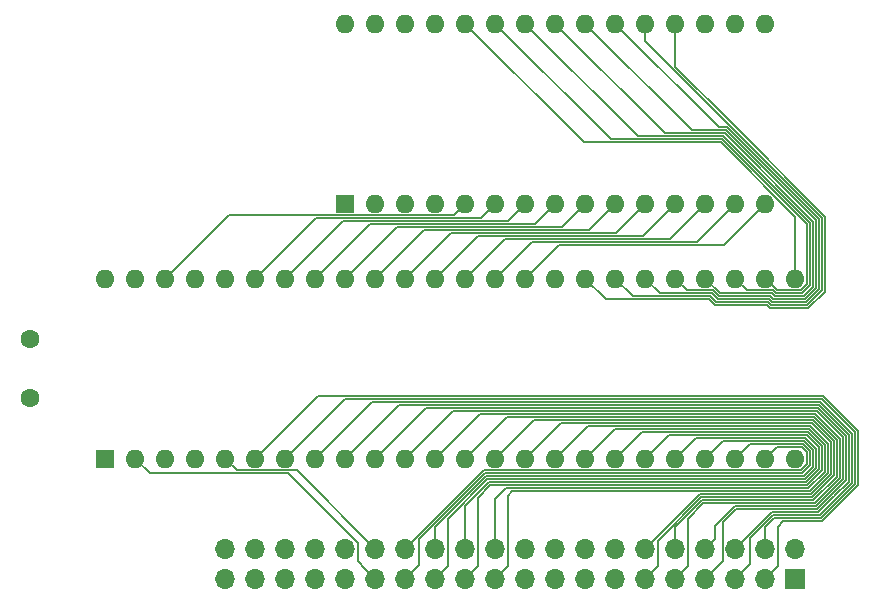
<source format=gbr>
G04 #@! TF.GenerationSoftware,KiCad,Pcbnew,(5.1.0-0)*
G04 #@! TF.CreationDate,2019-11-12T00:37:01-08:00*
G04 #@! TF.ProjectId,ArduinoSerialCard,41726475-696e-46f5-9365-7269616c4361,rev?*
G04 #@! TF.SameCoordinates,Original*
G04 #@! TF.FileFunction,Copper,L1,Top*
G04 #@! TF.FilePolarity,Positive*
%FSLAX46Y46*%
G04 Gerber Fmt 4.6, Leading zero omitted, Abs format (unit mm)*
G04 Created by KiCad (PCBNEW (5.1.0-0)) date 2019-11-12 00:37:01*
%MOMM*%
%LPD*%
G04 APERTURE LIST*
%ADD10O,1.600000X1.600000*%
%ADD11R,1.600000X1.600000*%
%ADD12C,1.600000*%
%ADD13O,1.700000X1.700000*%
%ADD14R,1.700000X1.700000*%
%ADD15C,0.127000*%
G04 APERTURE END LIST*
D10*
X139700000Y-64770000D03*
X139700000Y-80010000D03*
X104140000Y-64770000D03*
X137160000Y-80010000D03*
X106680000Y-64770000D03*
X134620000Y-80010000D03*
X109220000Y-64770000D03*
X132080000Y-80010000D03*
X111760000Y-64770000D03*
X129540000Y-80010000D03*
X114300000Y-64770000D03*
X127000000Y-80010000D03*
X116840000Y-64770000D03*
X124460000Y-80010000D03*
X119380000Y-64770000D03*
X121920000Y-80010000D03*
X121920000Y-64770000D03*
X119380000Y-80010000D03*
X124460000Y-64770000D03*
X116840000Y-80010000D03*
X127000000Y-64770000D03*
X114300000Y-80010000D03*
X129540000Y-64770000D03*
X111760000Y-80010000D03*
X132080000Y-64770000D03*
X109220000Y-80010000D03*
X134620000Y-64770000D03*
X106680000Y-80010000D03*
X137160000Y-64770000D03*
D11*
X104140000Y-80010000D03*
D10*
X83820000Y-86360000D03*
X142240000Y-101600000D03*
X86360000Y-86360000D03*
X139700000Y-101600000D03*
X88900000Y-86360000D03*
X137160000Y-101600000D03*
X91440000Y-86360000D03*
X134620000Y-101600000D03*
X93980000Y-86360000D03*
X132080000Y-101600000D03*
X96520000Y-86360000D03*
X129540000Y-101600000D03*
X99060000Y-86360000D03*
X127000000Y-101600000D03*
X101600000Y-86360000D03*
X124460000Y-101600000D03*
X104140000Y-86360000D03*
X121920000Y-101600000D03*
X106680000Y-86360000D03*
X119380000Y-101600000D03*
X109220000Y-86360000D03*
X116840000Y-101600000D03*
X111760000Y-86360000D03*
X114300000Y-101600000D03*
X114300000Y-86360000D03*
X111760000Y-101600000D03*
X116840000Y-86360000D03*
X109220000Y-101600000D03*
X119380000Y-86360000D03*
X106680000Y-101600000D03*
X121920000Y-86360000D03*
X104140000Y-101600000D03*
X124460000Y-86360000D03*
X101600000Y-101600000D03*
X127000000Y-86360000D03*
X99060000Y-101600000D03*
X129540000Y-86360000D03*
X96520000Y-101600000D03*
X132080000Y-86360000D03*
X93980000Y-101600000D03*
X134620000Y-86360000D03*
X91440000Y-101600000D03*
X137160000Y-86360000D03*
X88900000Y-101600000D03*
X139700000Y-86360000D03*
X86360000Y-101600000D03*
X142240000Y-86360000D03*
D11*
X83820000Y-101600000D03*
D12*
X77470000Y-96440000D03*
X77470000Y-91440000D03*
D13*
X93980000Y-109220000D03*
X93980000Y-111760000D03*
X96520000Y-109220000D03*
X96520000Y-111760000D03*
X99060000Y-109220000D03*
X99060000Y-111760000D03*
X101600000Y-109220000D03*
X101600000Y-111760000D03*
X104140000Y-109220000D03*
X104140000Y-111760000D03*
X106680000Y-109220000D03*
X106680000Y-111760000D03*
X109220000Y-109220000D03*
X109220000Y-111760000D03*
X111760000Y-109220000D03*
X111760000Y-111760000D03*
X114300000Y-109220000D03*
X114300000Y-111760000D03*
X116840000Y-109220000D03*
X116840000Y-111760000D03*
X119380000Y-109220000D03*
X119380000Y-111760000D03*
X121920000Y-109220000D03*
X121920000Y-111760000D03*
X124460000Y-109220000D03*
X124460000Y-111760000D03*
X127000000Y-109220000D03*
X127000000Y-111760000D03*
X129540000Y-109220000D03*
X129540000Y-111760000D03*
X132080000Y-109220000D03*
X132080000Y-111760000D03*
X134620000Y-109220000D03*
X134620000Y-111760000D03*
X137160000Y-109220000D03*
X137160000Y-111760000D03*
X139700000Y-109220000D03*
X139700000Y-111760000D03*
X142240000Y-109220000D03*
D14*
X142240000Y-111760000D03*
D15*
X140549999Y-110910001D02*
X139700000Y-111760000D01*
X141189849Y-106908657D02*
X140740501Y-107358005D01*
X140740501Y-107358005D02*
X140740501Y-110719499D01*
X144504079Y-106908657D02*
X141189849Y-106908657D01*
X147548654Y-103864082D02*
X144504079Y-106908657D01*
X96520000Y-101600000D02*
X101854000Y-96266000D01*
X144536798Y-96266000D02*
X144562140Y-96291342D01*
X144562140Y-96291342D02*
X147548655Y-99277869D01*
X101854000Y-96266000D02*
X144536798Y-96266000D01*
X140740501Y-110719499D02*
X140549999Y-110910001D01*
X147548655Y-99277869D02*
X147548654Y-103864082D01*
X115849499Y-102590501D02*
X109220000Y-109220000D01*
X140690501Y-100609499D02*
X142773499Y-100609499D01*
X143230501Y-102075441D02*
X142715441Y-102590501D01*
X142773499Y-100609499D02*
X143230501Y-101066501D01*
X143230501Y-101066501D02*
X143230501Y-102075441D01*
X142715441Y-102590501D02*
X115849499Y-102590501D01*
X139700000Y-101600000D02*
X140690501Y-100609499D01*
X110363000Y-110617000D02*
X109220000Y-111760000D01*
X110363000Y-108436224D02*
X110363000Y-110617000D01*
X143484510Y-102180656D02*
X142820655Y-102844511D01*
X143484511Y-100961287D02*
X143484510Y-102180656D01*
X138404511Y-100355489D02*
X142878714Y-100355490D01*
X142878714Y-100355490D02*
X143484511Y-100961287D01*
X137160000Y-101600000D02*
X138404511Y-100355489D01*
X115954713Y-102844511D02*
X118719511Y-102844511D01*
X110363000Y-108436224D02*
X115954713Y-102844511D01*
X118719511Y-102844511D02*
X118494713Y-102844511D01*
X142820655Y-102844511D02*
X118719511Y-102844511D01*
X111760000Y-107398448D02*
X111760000Y-109220000D01*
X142925870Y-103098520D02*
X116059927Y-103098521D01*
X143738519Y-102285869D02*
X142925870Y-103098520D01*
X143738520Y-100856072D02*
X143738519Y-102285869D01*
X116059927Y-103098521D02*
X111760000Y-107398448D01*
X142983927Y-100101481D02*
X143738520Y-100856072D01*
X136118519Y-100101481D02*
X142983927Y-100101481D01*
X134620000Y-101600000D02*
X136118519Y-100101481D01*
X143992528Y-102391083D02*
X143031083Y-103352529D01*
X143992529Y-100750859D02*
X143992528Y-102391083D01*
X143089141Y-99847471D02*
X143992529Y-100750859D01*
X133832529Y-99847471D02*
X143089141Y-99847471D01*
X132080000Y-101600000D02*
X133832529Y-99847471D01*
X116165143Y-103352529D02*
X119100529Y-103352529D01*
X112800501Y-106717171D02*
X116165143Y-103352529D01*
X112800501Y-110719499D02*
X112800501Y-106717171D01*
X119100529Y-103352529D02*
X118705143Y-103352529D01*
X111760000Y-111760000D02*
X112800501Y-110719499D01*
X143031083Y-103352529D02*
X119100529Y-103352529D01*
X116270357Y-103606539D02*
X114300000Y-105576896D01*
X143136298Y-103606538D02*
X116270357Y-103606539D01*
X144246538Y-100645644D02*
X144246537Y-102496296D01*
X144246537Y-102496296D02*
X143136298Y-103606538D01*
X114300000Y-105576896D02*
X114300000Y-109220000D01*
X143194355Y-99593461D02*
X144246538Y-100645644D01*
X131546539Y-99593461D02*
X143194355Y-99593461D01*
X129540000Y-101600000D02*
X131546539Y-99593461D01*
X144500546Y-102601510D02*
X143241511Y-103860547D01*
X127000000Y-101600000D02*
X129260549Y-99339451D01*
X144500547Y-100540431D02*
X144500546Y-102601510D01*
X143299570Y-99339452D02*
X144500547Y-100540431D01*
X129260549Y-99339451D02*
X143299570Y-99339452D01*
X116375573Y-103860547D02*
X119024453Y-103860547D01*
X143241511Y-103860547D02*
X119024453Y-103860547D01*
X115340501Y-104895619D02*
X116375573Y-103860547D01*
X114300000Y-111760000D02*
X115340501Y-110719499D01*
X115340501Y-110719499D02*
X115340501Y-104895619D01*
X119024453Y-103860547D02*
X118915573Y-103860547D01*
X116840000Y-105029000D02*
X116840000Y-109220000D01*
X143346726Y-104114556D02*
X117754443Y-104114557D01*
X117754443Y-104114557D02*
X116840000Y-105029000D01*
X144754556Y-100435216D02*
X144754555Y-102706723D01*
X144754555Y-102706723D02*
X143346726Y-104114556D01*
X143404783Y-99085443D02*
X144754556Y-100435216D01*
X126974557Y-99085443D02*
X143404783Y-99085443D01*
X124460000Y-101600000D02*
X126974557Y-99085443D01*
X143509998Y-98831434D02*
X145008565Y-100330003D01*
X145008564Y-102811937D02*
X143451939Y-104368565D01*
X124688567Y-98831433D02*
X143509998Y-98831434D01*
X145008565Y-100330003D02*
X145008564Y-102811937D01*
X121920000Y-101600000D02*
X124688567Y-98831433D01*
X117880501Y-104750499D02*
X118262435Y-104368565D01*
X117880501Y-110719499D02*
X117880501Y-104750499D01*
X116840000Y-111760000D02*
X117880501Y-110719499D01*
X118262435Y-104368565D02*
X119786435Y-104368565D01*
X119786435Y-104368565D02*
X119126003Y-104368565D01*
X143451939Y-104368565D02*
X119786435Y-104368565D01*
X105830001Y-108370001D02*
X106680000Y-109220000D01*
X100050501Y-102590501D02*
X106680000Y-109220000D01*
X94970501Y-102590501D02*
X100050501Y-102590501D01*
X93980000Y-101600000D02*
X94970501Y-102590501D01*
X86360000Y-101600000D02*
X87604511Y-102844511D01*
X96240511Y-102844511D02*
X96875511Y-102844511D01*
X87604511Y-102844511D02*
X96240511Y-102844511D01*
X105180501Y-110260501D02*
X105830001Y-110910001D01*
X105180501Y-108720559D02*
X105180501Y-110260501D01*
X99304453Y-102844511D02*
X105180501Y-108720559D01*
X105830001Y-110910001D02*
X106680000Y-111760000D01*
X96240511Y-102844511D02*
X99304453Y-102844511D01*
X101625489Y-81254511D02*
X96520000Y-86360000D01*
X115595489Y-81254511D02*
X101625489Y-81254511D01*
X116840000Y-80010000D02*
X115595489Y-81254511D01*
X94259499Y-81000501D02*
X113309499Y-81000501D01*
X113500001Y-80809999D02*
X114300000Y-80010000D01*
X113309499Y-81000501D02*
X113500001Y-80809999D01*
X88900000Y-86360000D02*
X94259499Y-81000501D01*
X144456925Y-96545350D02*
X104114650Y-96545350D01*
X139700000Y-109220000D02*
X139700000Y-107398448D01*
X147294645Y-103758867D02*
X147294646Y-99383082D01*
X147294646Y-99383082D02*
X144456925Y-96545350D01*
X140443799Y-106654649D02*
X144398866Y-106654648D01*
X104114650Y-96545350D02*
X99060000Y-101600000D01*
X144398866Y-106654648D02*
X147294645Y-103758867D01*
X139700000Y-107398448D02*
X140443799Y-106654649D01*
X119380000Y-86360000D02*
X122199399Y-83540601D01*
X136169399Y-83540601D02*
X139700000Y-80010000D01*
X122199399Y-83540601D02*
X136169399Y-83540601D01*
X133883410Y-83286590D02*
X131702633Y-83286591D01*
X137160000Y-80010000D02*
X133883410Y-83286590D01*
X119913409Y-83286591D02*
X116840000Y-86360000D01*
X131702633Y-83286591D02*
X119913409Y-83286591D01*
X114300000Y-86360000D02*
X117627419Y-83032581D01*
X131597419Y-83032581D02*
X134620000Y-80010000D01*
X117627419Y-83032581D02*
X131597419Y-83032581D01*
X115341429Y-82778571D02*
X111760000Y-86360000D01*
X129311429Y-82778571D02*
X115341429Y-82778571D01*
X132080000Y-80010000D02*
X129311429Y-82778571D01*
X109220000Y-86360000D02*
X113055439Y-82524561D01*
X127025439Y-82524561D02*
X129540000Y-80010000D01*
X113055439Y-82524561D02*
X127025439Y-82524561D01*
X136670073Y-73024955D02*
X144754556Y-81109442D01*
X144754556Y-87466727D02*
X144754554Y-87466728D01*
X144754556Y-81109442D02*
X144754556Y-87466727D01*
X144754554Y-87466728D02*
X143346722Y-88874555D01*
X143346722Y-88874555D02*
X140055555Y-88874555D01*
X140055555Y-88874555D02*
X139801549Y-88620549D01*
X139801549Y-88620549D02*
X135443652Y-88620548D01*
X135443652Y-88620548D02*
X134935635Y-88112531D01*
X126212531Y-88112531D02*
X124460000Y-86360000D01*
X134935635Y-88112531D02*
X126212531Y-88112531D01*
X132080000Y-68434882D02*
X136670073Y-73024955D01*
X132080000Y-64770000D02*
X132080000Y-68434882D01*
X110769449Y-82270551D02*
X106680000Y-86360000D01*
X124739449Y-82270551D02*
X110769449Y-82270551D01*
X127000000Y-80010000D02*
X124739449Y-82270551D01*
X129540000Y-64770000D02*
X129540000Y-66254106D01*
X144500546Y-87361513D02*
X143241509Y-88620546D01*
X144500546Y-81214656D02*
X144500546Y-87361513D01*
X136564858Y-73278964D02*
X144500546Y-81214656D01*
X143241509Y-88620546D02*
X140164430Y-88620547D01*
X140164430Y-88620547D02*
X139910423Y-88366540D01*
X139910423Y-88366540D02*
X135548867Y-88366539D01*
X135548867Y-88366539D02*
X135040849Y-87858521D01*
X128498521Y-87858521D02*
X127000000Y-86360000D01*
X135040849Y-87858521D02*
X128498521Y-87858521D01*
X129540000Y-66254106D02*
X136564858Y-73278964D01*
X104140000Y-86360000D02*
X108483459Y-82016541D01*
X122453459Y-82016541D02*
X124460000Y-80010000D01*
X108483459Y-82016541D02*
X122453459Y-82016541D01*
X135762972Y-73532972D02*
X136459643Y-73532973D01*
X136459643Y-73532973D02*
X144246537Y-81319869D01*
X144246537Y-81319869D02*
X144246538Y-87256298D01*
X144246538Y-87256298D02*
X143136296Y-88366537D01*
X143136296Y-88366537D02*
X140269645Y-88366538D01*
X140269645Y-88366538D02*
X140015638Y-88112531D01*
X140015638Y-88112531D02*
X135654082Y-88112530D01*
X135654082Y-88112530D02*
X135146063Y-87604511D01*
X130784511Y-87604511D02*
X129540000Y-86360000D01*
X135146063Y-87604511D02*
X130784511Y-87604511D01*
X127000000Y-64770000D02*
X135762972Y-73532972D01*
X120167470Y-81762530D02*
X117986693Y-81762531D01*
X121920000Y-80010000D02*
X120167470Y-81762530D01*
X106197469Y-81762531D02*
X101600000Y-86360000D01*
X117986693Y-81762531D02*
X106197469Y-81762531D01*
X133070501Y-87350501D02*
X135251277Y-87350501D01*
X132080000Y-86360000D02*
X133070501Y-87350501D01*
X135251277Y-87350501D02*
X135759297Y-87858521D01*
X140120849Y-87858521D02*
X140374859Y-88112529D01*
X135759297Y-87858521D02*
X140120849Y-87858521D01*
X140374859Y-88112529D02*
X143031083Y-88112528D01*
X143031083Y-88112528D02*
X143992529Y-87151083D01*
X143992529Y-87151083D02*
X143992528Y-81425082D01*
X143992528Y-81425082D02*
X136354428Y-73786982D01*
X136354428Y-73786982D02*
X133476982Y-73786982D01*
X133476982Y-73786982D02*
X124460000Y-64770000D01*
X118580001Y-80809999D02*
X119380000Y-80010000D01*
X117881479Y-81508521D02*
X118580001Y-80809999D01*
X103911479Y-81508521D02*
X117881479Y-81508521D01*
X99060000Y-86360000D02*
X103911479Y-81508521D01*
X136249215Y-74040991D02*
X143738519Y-81530297D01*
X143738520Y-87045870D02*
X142925869Y-87858519D01*
X143738519Y-81530297D02*
X143738520Y-87045870D01*
X140480072Y-87858520D02*
X140226063Y-87604511D01*
X142925869Y-87858519D02*
X140480072Y-87858520D01*
X135864511Y-87604511D02*
X134620000Y-86360000D01*
X140226063Y-87604511D02*
X135864511Y-87604511D01*
X121920000Y-64770000D02*
X131190990Y-74040990D01*
X131190990Y-74040990D02*
X136249215Y-74040991D01*
X140331277Y-87350501D02*
X140585287Y-87604511D01*
X138150501Y-87350501D02*
X140331277Y-87350501D01*
X137160000Y-86360000D02*
X138150501Y-87350501D01*
X142820656Y-87604510D02*
X143484511Y-86940655D01*
X140585287Y-87604511D02*
X142820656Y-87604510D01*
X143484511Y-86940655D02*
X143484510Y-81635510D01*
X143484510Y-81635510D02*
X136144000Y-74295000D01*
X128905000Y-74295000D02*
X119380000Y-64770000D01*
X136144000Y-74295000D02*
X128905000Y-74295000D01*
X143230501Y-81740725D02*
X143230501Y-86835441D01*
X136038776Y-74549000D02*
X143230501Y-81740725D01*
X143230501Y-86835441D02*
X142715441Y-87350501D01*
X140499999Y-87159999D02*
X139700000Y-86360000D01*
X142715441Y-87350501D02*
X140690501Y-87350501D01*
X140690501Y-87350501D02*
X140499999Y-87159999D01*
X116840000Y-64770000D02*
X126619000Y-74549000D01*
X126619000Y-74549000D02*
X136038776Y-74549000D01*
X142240000Y-81109448D02*
X142240000Y-86360000D01*
X135933552Y-74803000D02*
X142240000Y-81109448D01*
X114300000Y-64770000D02*
X124333000Y-74803000D01*
X124333000Y-74803000D02*
X135933552Y-74803000D01*
X145262573Y-102917152D02*
X143557153Y-104622575D01*
X119380000Y-101600000D02*
X122402576Y-98577424D01*
X143615213Y-98577425D02*
X145262574Y-100224790D01*
X122402576Y-98577424D02*
X143615213Y-98577425D01*
X145262574Y-100224790D02*
X145262573Y-102917152D01*
X129540000Y-109220000D02*
X134137425Y-104622575D01*
X134137425Y-104622575D02*
X136880575Y-104622575D01*
X136880575Y-104622575D02*
X136677425Y-104622575D01*
X143557153Y-104622575D02*
X136880575Y-104622575D01*
X145516582Y-103022367D02*
X143662367Y-104876585D01*
X120116585Y-98323415D02*
X122297363Y-98323415D01*
X145516583Y-100119577D02*
X145516582Y-103022367D01*
X143720428Y-98323417D02*
X145516583Y-100119577D01*
X122297363Y-98323415D02*
X143720428Y-98323417D01*
X116840000Y-101600000D02*
X120116585Y-98323415D01*
X130580501Y-108538723D02*
X134242639Y-104876585D01*
X130580501Y-110719499D02*
X130580501Y-108538723D01*
X137058415Y-104876585D02*
X136782639Y-104876585D01*
X134242639Y-104876585D02*
X137058415Y-104876585D01*
X129540000Y-111760000D02*
X130580501Y-110719499D01*
X143662367Y-104876585D02*
X137058415Y-104876585D01*
X143825641Y-98069408D02*
X117830592Y-98069408D01*
X132080000Y-109220000D02*
X132080000Y-107398448D01*
X117830592Y-98069408D02*
X114300000Y-101600000D01*
X132080000Y-107398448D02*
X134347853Y-105130595D01*
X143767582Y-105130594D02*
X145770591Y-103127580D01*
X145770591Y-103127580D02*
X145770592Y-100014363D01*
X134347853Y-105130595D02*
X143767582Y-105130594D01*
X145770592Y-100014363D02*
X143825641Y-98069408D01*
X146024601Y-99909150D02*
X146024600Y-103232794D01*
X143930856Y-97815399D02*
X146024601Y-99909150D01*
X115544602Y-97815398D02*
X143930856Y-97815399D01*
X146024600Y-103232794D02*
X143872795Y-105384603D01*
X111760000Y-101600000D02*
X115544602Y-97815398D01*
X134453069Y-105384603D02*
X137439397Y-105384603D01*
X132080000Y-111760000D02*
X133120501Y-110719499D01*
X133120501Y-106717171D02*
X134453069Y-105384603D01*
X133120501Y-110719499D02*
X133120501Y-106717171D01*
X137439397Y-105384603D02*
X136993069Y-105384603D01*
X143872795Y-105384603D02*
X137439397Y-105384603D01*
X137098283Y-105638613D02*
X143978010Y-105638612D01*
X143978010Y-105638612D02*
X145001311Y-104615310D01*
X145001311Y-104615310D02*
X146278609Y-103338007D01*
X146278609Y-103338007D02*
X146278610Y-99803936D01*
X146278610Y-99803936D02*
X144036069Y-97561390D01*
X113258610Y-97561390D02*
X109220000Y-101600000D01*
X144036069Y-97561390D02*
X113258610Y-97561390D01*
X135469999Y-108370001D02*
X134620000Y-109220000D01*
X135469999Y-107266897D02*
X135469999Y-108370001D01*
X137098283Y-105638613D02*
X135469999Y-107266897D01*
X144141283Y-97307380D02*
X144141284Y-97307382D01*
X136119499Y-106976621D02*
X136119499Y-110260501D01*
X137203499Y-105892621D02*
X136119499Y-106976621D01*
X136119499Y-110260501D02*
X135572500Y-110807500D01*
X146532619Y-99698723D02*
X146532618Y-103443221D01*
X144141284Y-97307382D02*
X146532619Y-99698723D01*
X110972620Y-97307380D02*
X144141283Y-97307380D01*
X146532618Y-103443221D02*
X145255320Y-104720519D01*
X145255320Y-104720519D02*
X145255320Y-104720525D01*
X145255320Y-104720525D02*
X144083223Y-105892621D01*
X106680000Y-101600000D02*
X110972620Y-97307380D01*
X144083223Y-105892621D02*
X137203499Y-105892621D01*
X135660501Y-110719499D02*
X135572500Y-110807500D01*
X135572500Y-110807500D02*
X134620000Y-111760000D01*
X144188438Y-106146630D02*
X140233371Y-106146629D01*
X145542000Y-104793068D02*
X144188438Y-106146630D01*
X145542000Y-104793063D02*
X145542000Y-104793068D01*
X140233371Y-106146629D02*
X137160000Y-109220000D01*
X146786627Y-103548434D02*
X145542000Y-104793063D01*
X146786628Y-99593509D02*
X146786627Y-103548434D01*
X144246497Y-97053370D02*
X146786628Y-99593509D01*
X108686630Y-97053370D02*
X144246497Y-97053370D01*
X104140000Y-101600000D02*
X108686630Y-97053370D01*
X144293651Y-106400639D02*
X140338585Y-106400639D01*
X144351712Y-96799362D02*
X147040637Y-99488296D01*
X147040636Y-103653654D02*
X144293651Y-106400639D01*
X147040637Y-99488296D02*
X147040636Y-103653654D01*
X106400640Y-96799360D02*
X144351711Y-96799360D01*
X101600000Y-101600000D02*
X106400640Y-96799360D01*
X144351711Y-96799360D02*
X144351712Y-96799362D01*
X137160000Y-111760000D02*
X138430000Y-110490000D01*
X138430000Y-108309224D02*
X140338585Y-106400639D01*
X138430000Y-110490000D02*
X138430000Y-108309224D01*
M02*

</source>
